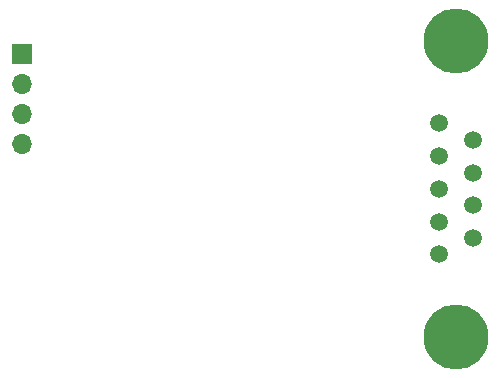
<source format=gbs>
G04 #@! TF.GenerationSoftware,KiCad,Pcbnew,(5.1.10)-1*
G04 #@! TF.CreationDate,2022-10-05T22:38:21+02:00*
G04 #@! TF.ProjectId,new_rs422_module_kicad,6e65775f-7273-4343-9232-5f6d6f64756c,rev?*
G04 #@! TF.SameCoordinates,Original*
G04 #@! TF.FileFunction,Soldermask,Bot*
G04 #@! TF.FilePolarity,Negative*
%FSLAX46Y46*%
G04 Gerber Fmt 4.6, Leading zero omitted, Abs format (unit mm)*
G04 Created by KiCad (PCBNEW (5.1.10)-1) date 2022-10-05 22:38:21*
%MOMM*%
%LPD*%
G01*
G04 APERTURE LIST*
%ADD10O,1.700000X1.700000*%
%ADD11R,1.700000X1.700000*%
%ADD12C,5.500000*%
%ADD13C,1.500000*%
G04 APERTURE END LIST*
D10*
X31750000Y-41910000D03*
X31750000Y-39370000D03*
X31750000Y-36830000D03*
D11*
X31750000Y-34290000D03*
D12*
X68510000Y-33225000D03*
X68510000Y-58215000D03*
D13*
X69930000Y-49875000D03*
X69930000Y-47105000D03*
X69930000Y-44335000D03*
X69930000Y-41565000D03*
X67090000Y-51260000D03*
X67090000Y-48490000D03*
X67090000Y-45720000D03*
X67090000Y-42950000D03*
X67090000Y-40180000D03*
M02*

</source>
